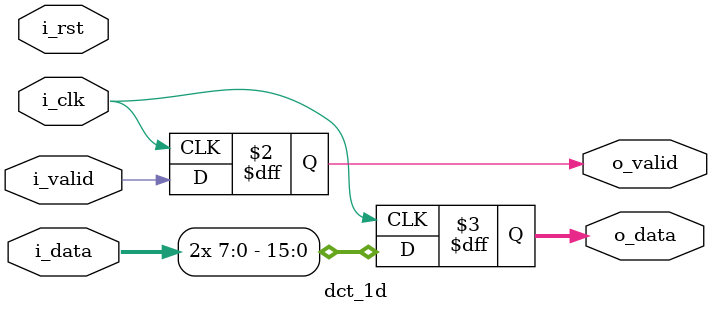
<source format=sv>
`timescale 1 ns / 1 ns

module dct_1d #(
    parameter DATA_WIDTH_IN = 8,
    parameter DATA_WIDTH_OUT = 16
)
(
        input i_clk,
        input i_rst,
        input i_valid,
        input [DATA_WIDTH_IN-1:0] i_data,
        output logic o_valid,
        output logic [DATA_WIDTH_OUT-1:0] o_data
    );
    always @(posedge i_clk) begin
       o_data <= {i_data, i_data};		// Just a dummy assignement. Replace with your code.
       o_valid <= i_valid;			// Just a dummy assignement. Replace with your code.
    end
    
endmodule


</source>
